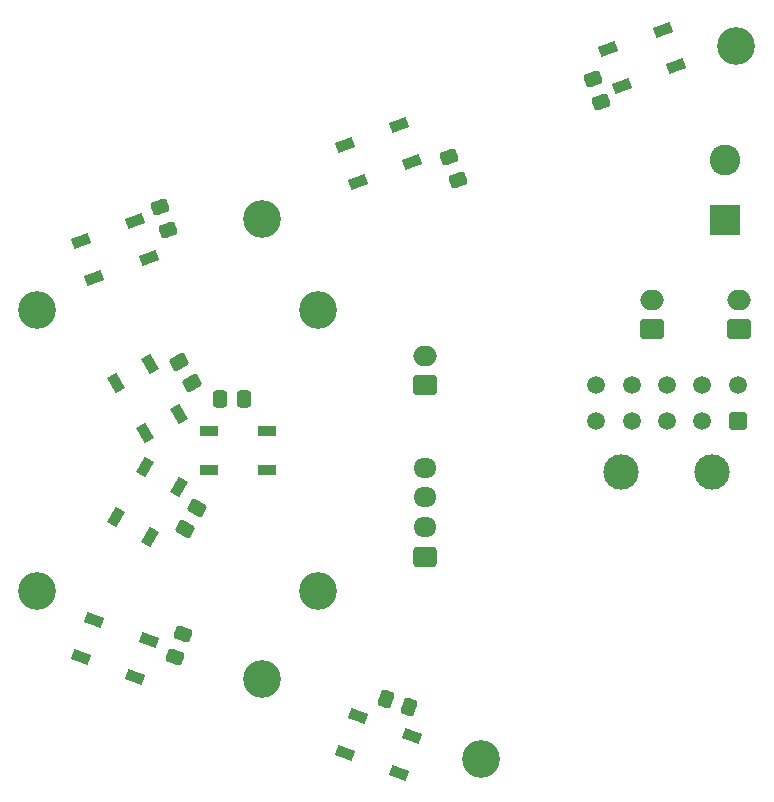
<source format=gbs>
G04 #@! TF.GenerationSoftware,KiCad,Pcbnew,7.0.1*
G04 #@! TF.CreationDate,2023-09-20T22:51:37-04:00*
G04 #@! TF.ProjectId,kirigami_pcb,6b697269-6761-46d6-995f-7063622e6b69,rev?*
G04 #@! TF.SameCoordinates,Original*
G04 #@! TF.FileFunction,Soldermask,Bot*
G04 #@! TF.FilePolarity,Negative*
%FSLAX46Y46*%
G04 Gerber Fmt 4.6, Leading zero omitted, Abs format (unit mm)*
G04 Created by KiCad (PCBNEW 7.0.1) date 2023-09-20 22:51:37*
%MOMM*%
%LPD*%
G01*
G04 APERTURE LIST*
G04 Aperture macros list*
%AMRoundRect*
0 Rectangle with rounded corners*
0 $1 Rounding radius*
0 $2 $3 $4 $5 $6 $7 $8 $9 X,Y pos of 4 corners*
0 Add a 4 corners polygon primitive as box body*
4,1,4,$2,$3,$4,$5,$6,$7,$8,$9,$2,$3,0*
0 Add four circle primitives for the rounded corners*
1,1,$1+$1,$2,$3*
1,1,$1+$1,$4,$5*
1,1,$1+$1,$6,$7*
1,1,$1+$1,$8,$9*
0 Add four rect primitives between the rounded corners*
20,1,$1+$1,$2,$3,$4,$5,0*
20,1,$1+$1,$4,$5,$6,$7,0*
20,1,$1+$1,$6,$7,$8,$9,0*
20,1,$1+$1,$8,$9,$2,$3,0*%
%AMRotRect*
0 Rectangle, with rotation*
0 The origin of the aperture is its center*
0 $1 length*
0 $2 width*
0 $3 Rotation angle, in degrees counterclockwise*
0 Add horizontal line*
21,1,$1,$2,0,0,$3*%
G04 Aperture macros list end*
%ADD10C,3.200000*%
%ADD11RoundRect,0.250000X0.750000X-0.600000X0.750000X0.600000X-0.750000X0.600000X-0.750000X-0.600000X0*%
%ADD12O,2.000000X1.700000*%
%ADD13RoundRect,0.250000X0.725000X-0.600000X0.725000X0.600000X-0.725000X0.600000X-0.725000X-0.600000X0*%
%ADD14O,1.950000X1.700000*%
%ADD15R,2.600000X2.600000*%
%ADD16C,2.600000*%
%ADD17C,3.000000*%
%ADD18RoundRect,0.250001X0.499999X0.499999X-0.499999X0.499999X-0.499999X-0.499999X0.499999X-0.499999X0*%
%ADD19C,1.500000*%
%ADD20RoundRect,0.250000X-0.242612X0.529784X-0.580112X-0.054784X0.242612X-0.529784X0.580112X0.054784X0*%
%ADD21RotRect,1.500000X0.900000X200.000000*%
%ADD22RoundRect,0.250000X0.330922X-0.479606X0.561786X0.154687X-0.330922X0.479606X-0.561786X-0.154687X0*%
%ADD23RoundRect,0.250000X-0.561786X0.154687X-0.330922X-0.479606X0.561786X-0.154687X0.330922X0.479606X0*%
%ADD24RotRect,1.500000X0.900000X240.000000*%
%ADD25RoundRect,0.250000X0.479606X0.330922X-0.154687X0.561786X-0.479606X-0.330922X0.154687X-0.561786X0*%
%ADD26R,1.500000X0.900000*%
%ADD27RotRect,1.500000X0.900000X300.000000*%
%ADD28RoundRect,0.250000X-0.580112X0.054784X-0.242612X-0.529784X0.580112X-0.054784X0.242612X0.529784X0*%
%ADD29RotRect,1.500000X0.900000X340.000000*%
%ADD30RoundRect,0.250000X-0.337500X-0.475000X0.337500X-0.475000X0.337500X0.475000X-0.337500X0.475000X0*%
G04 APERTURE END LIST*
D10*
X168690000Y-52600000D03*
X227880000Y-30310000D03*
D11*
X201500000Y-59000000D03*
D12*
X201500000Y-56500000D03*
D11*
X220700000Y-54250000D03*
D12*
X220700000Y-51750000D03*
D13*
X201500000Y-73500000D03*
D14*
X201500000Y-71000000D03*
X201500000Y-68500000D03*
X201500000Y-66000000D03*
D11*
X228075000Y-54250000D03*
D12*
X228075000Y-51750000D03*
D10*
X187720000Y-83900000D03*
X192490000Y-76400000D03*
D15*
X226900000Y-45000000D03*
D16*
X226900000Y-39920000D03*
D10*
X187710000Y-44920000D03*
X192490000Y-52600000D03*
X168690000Y-76400000D03*
X206250000Y-90640000D03*
D17*
X225840000Y-66320000D03*
X218140000Y-66320000D03*
D18*
X228000000Y-62000000D03*
D19*
X225000000Y-62000000D03*
X222000000Y-62000000D03*
X219000000Y-62000000D03*
X216000000Y-62000000D03*
X228000000Y-59000000D03*
X225000000Y-59000000D03*
X222000000Y-59000000D03*
X219000000Y-59000000D03*
X216000000Y-59000000D03*
D20*
X182208750Y-69391499D03*
X181171250Y-71188501D03*
D21*
X176994111Y-45123761D03*
X178122777Y-48224746D03*
X173518283Y-49900645D03*
X172389617Y-46799660D03*
D22*
X180305154Y-82044931D03*
X181014846Y-80095069D03*
D21*
X221634111Y-28883761D03*
X222762777Y-31984746D03*
X218158283Y-33660645D03*
X217029617Y-30559660D03*
D23*
X179070000Y-43942000D03*
X179779692Y-45891862D03*
D24*
X177842116Y-65931476D03*
X180700000Y-67581476D03*
X178250000Y-71825000D03*
X175392116Y-70175000D03*
D25*
X200144931Y-86254846D03*
X198195069Y-85545154D03*
D23*
X215710308Y-33070138D03*
X216420000Y-35020000D03*
D26*
X183200000Y-66152340D03*
X183200000Y-62852340D03*
X188100000Y-62852340D03*
X188100000Y-66152340D03*
D27*
X175392116Y-58825000D03*
X178250000Y-57175000D03*
X180700000Y-61418524D03*
X177842116Y-63068524D03*
D28*
X180722500Y-57002998D03*
X181760000Y-58800000D03*
D23*
X203580308Y-39700138D03*
X204290000Y-41650000D03*
D29*
X172397223Y-81994746D03*
X173525889Y-78893761D03*
X178130383Y-80569660D03*
X177001717Y-83670645D03*
D30*
X184115000Y-60130000D03*
X186190000Y-60130000D03*
D21*
X199314111Y-37003761D03*
X200442777Y-40104746D03*
X195838283Y-41780645D03*
X194709617Y-38679660D03*
D29*
X194713891Y-90114328D03*
X195842557Y-87013343D03*
X200447051Y-88689242D03*
X199318385Y-91790227D03*
M02*

</source>
